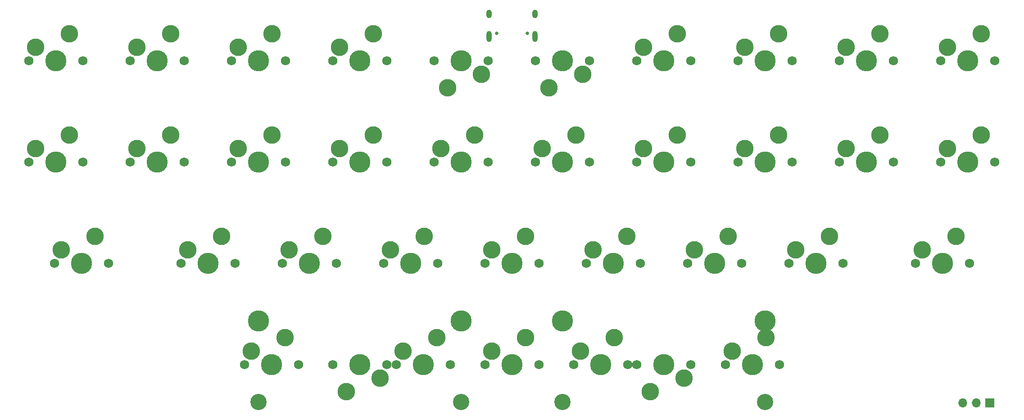
<source format=gbr>
%TF.GenerationSoftware,KiCad,Pcbnew,(6.0.10)*%
%TF.CreationDate,2023-02-13T13:47:23-06:00*%
%TF.ProjectId,AlphaWetPCB,416c7068-6157-4657-9450-43422e6b6963,rev?*%
%TF.SameCoordinates,Original*%
%TF.FileFunction,Soldermask,Top*%
%TF.FilePolarity,Negative*%
%FSLAX46Y46*%
G04 Gerber Fmt 4.6, Leading zero omitted, Abs format (unit mm)*
G04 Created by KiCad (PCBNEW (6.0.10)) date 2023-02-13 13:47:23*
%MOMM*%
%LPD*%
G01*
G04 APERTURE LIST*
%ADD10C,3.987800*%
%ADD11C,3.048000*%
%ADD12C,1.750000*%
%ADD13C,3.300000*%
%ADD14C,0.650000*%
%ADD15O,1.000000X1.600000*%
%ADD16O,1.000000X2.100000*%
%ADD17R,1.700000X1.700000*%
%ADD18O,1.700000X1.700000*%
G04 APERTURE END LIST*
D10*
%TO.C,S3*%
X128587500Y-79057500D03*
D11*
X90487500Y-94297500D03*
X128587500Y-94297500D03*
D10*
X90487500Y-79057500D03*
%TD*%
%TO.C,S6*%
X185737500Y-79057500D03*
D11*
X185737500Y-94297500D03*
X147637500Y-94297500D03*
D10*
X147637500Y-79057500D03*
%TD*%
D12*
%TO.C,SW6*%
X142557500Y-30162500D03*
X152717500Y-30162500D03*
D10*
X147637500Y-30162500D03*
D13*
X151447500Y-32702500D03*
X145097500Y-35242500D03*
%TD*%
D12*
%TO.C,SW1*%
X47307500Y-30162500D03*
X57467500Y-30162500D03*
D10*
X52387500Y-30162500D03*
D13*
X48577500Y-27622500D03*
X54927500Y-25082500D03*
%TD*%
D10*
%TO.C,SW9*%
X204787500Y-30162500D03*
D12*
X199707500Y-30162500D03*
X209867500Y-30162500D03*
D13*
X200977500Y-27622500D03*
X207327500Y-25082500D03*
%TD*%
D12*
%TO.C,SW16*%
X142557500Y-49212500D03*
D10*
X147637500Y-49212500D03*
D12*
X152717500Y-49212500D03*
D13*
X143827500Y-46672500D03*
X150177500Y-44132500D03*
%TD*%
D12*
%TO.C,SW26*%
X152082500Y-68262500D03*
D10*
X157162500Y-68262500D03*
D12*
X162242500Y-68262500D03*
D13*
X153352500Y-65722500D03*
X159702500Y-63182500D03*
%TD*%
D12*
%TO.C,SW5*%
X133667500Y-30162500D03*
X123507500Y-30162500D03*
D10*
X128587500Y-30162500D03*
D13*
X132397500Y-32702500D03*
X126047500Y-35242500D03*
%TD*%
D12*
%TO.C,SW10*%
X218757500Y-30162500D03*
D10*
X223837500Y-30162500D03*
D12*
X228917500Y-30162500D03*
D13*
X220027500Y-27622500D03*
X226377500Y-25082500D03*
%TD*%
D12*
%TO.C,SW24*%
X124142500Y-68262500D03*
D10*
X119062500Y-68262500D03*
D12*
X113982500Y-68262500D03*
D13*
X115252500Y-65722500D03*
X121602500Y-63182500D03*
%TD*%
D12*
%TO.C,SW23*%
X105092500Y-68262500D03*
D10*
X100012500Y-68262500D03*
D12*
X94932500Y-68262500D03*
D13*
X96202500Y-65722500D03*
X102552500Y-63182500D03*
%TD*%
D14*
%TO.C,J1*%
X141002500Y-25000000D03*
X135222500Y-25000000D03*
D15*
X142432500Y-21350000D03*
D16*
X133792500Y-25530000D03*
X142432500Y-25530000D03*
D15*
X133792500Y-21350000D03*
%TD*%
D12*
%TO.C,SW39*%
X87788750Y-87312500D03*
X97948750Y-87312500D03*
D10*
X92868750Y-87312500D03*
D13*
X89058750Y-84772500D03*
X95408750Y-82232500D03*
%TD*%
D12*
%TO.C,SW13*%
X95567500Y-49212500D03*
X85407500Y-49212500D03*
D10*
X90487500Y-49212500D03*
D13*
X86677500Y-46672500D03*
X93027500Y-44132500D03*
%TD*%
D10*
%TO.C,SW40*%
X121443750Y-87312500D03*
D12*
X126523750Y-87312500D03*
X116363750Y-87312500D03*
D13*
X117633750Y-84772500D03*
X123983750Y-82232500D03*
%TD*%
D12*
%TO.C,SW21*%
X62230000Y-68262500D03*
X52070000Y-68262500D03*
D10*
X57150000Y-68262500D03*
D13*
X53340000Y-65722500D03*
X59690000Y-63182500D03*
%TD*%
D10*
%TO.C,SW43*%
X166687500Y-87312500D03*
D12*
X171767500Y-87312500D03*
X161607500Y-87312500D03*
D13*
X170497500Y-89852500D03*
X164147500Y-92392500D03*
%TD*%
D10*
%TO.C,SW11*%
X52387500Y-49212500D03*
D12*
X57467500Y-49212500D03*
X47307500Y-49212500D03*
D13*
X48577500Y-46672500D03*
X54927500Y-44132500D03*
%TD*%
D12*
%TO.C,SW2*%
X76517500Y-30162500D03*
X66357500Y-30162500D03*
D10*
X71437500Y-30162500D03*
D13*
X67627500Y-27622500D03*
X73977500Y-25082500D03*
%TD*%
D12*
%TO.C,SW27*%
X181292500Y-68262500D03*
X171132500Y-68262500D03*
D10*
X176212500Y-68262500D03*
D13*
X172402500Y-65722500D03*
X178752500Y-63182500D03*
%TD*%
D10*
%TO.C,SW29*%
X219075000Y-68262500D03*
D12*
X224155000Y-68262500D03*
X213995000Y-68262500D03*
D13*
X215265000Y-65722500D03*
X221615000Y-63182500D03*
%TD*%
D10*
%TO.C,SW25*%
X138112500Y-68262500D03*
D12*
X143192500Y-68262500D03*
X133032500Y-68262500D03*
D13*
X134302500Y-65722500D03*
X140652500Y-63182500D03*
%TD*%
D12*
%TO.C,SW12*%
X76517500Y-49212500D03*
X66357500Y-49212500D03*
D10*
X71437500Y-49212500D03*
D13*
X67627500Y-46672500D03*
X73977500Y-44132500D03*
%TD*%
D12*
%TO.C,SW7*%
X171767500Y-30162500D03*
X161607500Y-30162500D03*
D10*
X166687500Y-30162500D03*
D13*
X162877500Y-27622500D03*
X169227500Y-25082500D03*
%TD*%
D10*
%TO.C,SW19*%
X204787500Y-49212500D03*
D12*
X199707500Y-49212500D03*
X209867500Y-49212500D03*
D13*
X200977500Y-46672500D03*
X207327500Y-44132500D03*
%TD*%
D17*
%TO.C,SWD2*%
X227950000Y-94456250D03*
D18*
X225410000Y-94456250D03*
X222870000Y-94456250D03*
%TD*%
D12*
%TO.C,SW22*%
X75882500Y-68262500D03*
D10*
X80962500Y-68262500D03*
D12*
X86042500Y-68262500D03*
D13*
X77152500Y-65722500D03*
X83502500Y-63182500D03*
%TD*%
D10*
%TO.C,SW3*%
X90487500Y-30162500D03*
D12*
X95567500Y-30162500D03*
X85407500Y-30162500D03*
D13*
X86677500Y-27622500D03*
X93027500Y-25082500D03*
%TD*%
D10*
%TO.C,SW45*%
X183356250Y-87312500D03*
D12*
X188436250Y-87312500D03*
X178276250Y-87312500D03*
D13*
X179546250Y-84772500D03*
X185896250Y-82232500D03*
%TD*%
D10*
%TO.C,SW18*%
X185737500Y-49212500D03*
D12*
X180657500Y-49212500D03*
X190817500Y-49212500D03*
D13*
X181927500Y-46672500D03*
X188277500Y-44132500D03*
%TD*%
D12*
%TO.C,SW28*%
X200342500Y-68262500D03*
X190182500Y-68262500D03*
D10*
X195262500Y-68262500D03*
D13*
X191452500Y-65722500D03*
X197802500Y-63182500D03*
%TD*%
D12*
%TO.C,SW8*%
X180657500Y-30162500D03*
D10*
X185737500Y-30162500D03*
D12*
X190817500Y-30162500D03*
D13*
X181927500Y-27622500D03*
X188277500Y-25082500D03*
%TD*%
D12*
%TO.C,SW14*%
X114617500Y-49212500D03*
D10*
X109537500Y-49212500D03*
D12*
X104457500Y-49212500D03*
D13*
X105727500Y-46672500D03*
X112077500Y-44132500D03*
%TD*%
D12*
%TO.C,SW20*%
X218757500Y-49212500D03*
X228917500Y-49212500D03*
D10*
X223837500Y-49212500D03*
D13*
X220027500Y-46672500D03*
X226377500Y-44132500D03*
%TD*%
D12*
%TO.C,SW44*%
X159861250Y-87312500D03*
X149701250Y-87312500D03*
D10*
X154781250Y-87312500D03*
D13*
X150971250Y-84772500D03*
X157321250Y-82232500D03*
%TD*%
D12*
%TO.C,SW15*%
X133667500Y-49212500D03*
D10*
X128587500Y-49212500D03*
D12*
X123507500Y-49212500D03*
D13*
X124777500Y-46672500D03*
X131127500Y-44132500D03*
%TD*%
D10*
%TO.C,SW4*%
X109537500Y-30162500D03*
D12*
X114617500Y-30162500D03*
X104457500Y-30162500D03*
D13*
X105727500Y-27622500D03*
X112077500Y-25082500D03*
%TD*%
D12*
%TO.C,SW42*%
X143192500Y-87312500D03*
X133032500Y-87312500D03*
D10*
X138112500Y-87312500D03*
D13*
X134302500Y-84772500D03*
X140652500Y-82232500D03*
%TD*%
D12*
%TO.C,SW41*%
X104457500Y-87312500D03*
X114617500Y-87312500D03*
D10*
X109537500Y-87312500D03*
D13*
X113347500Y-89852500D03*
X106997500Y-92392500D03*
%TD*%
D10*
%TO.C,SW17*%
X166687500Y-49212500D03*
D12*
X171767500Y-49212500D03*
X161607500Y-49212500D03*
D13*
X162877500Y-46672500D03*
X169227500Y-44132500D03*
%TD*%
M02*

</source>
